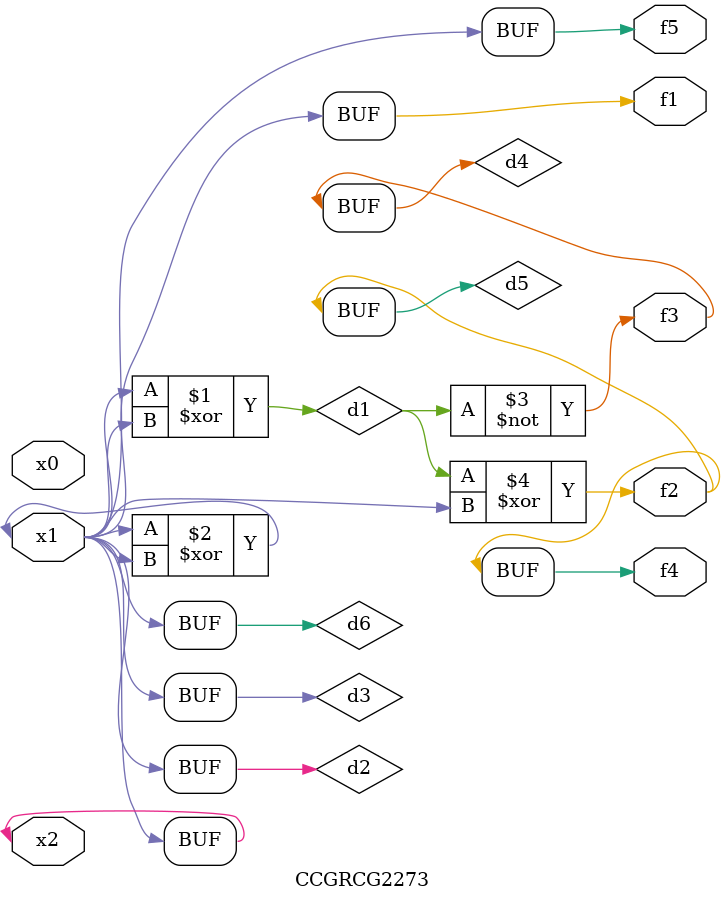
<source format=v>
module CCGRCG2273(
	input x0, x1, x2,
	output f1, f2, f3, f4, f5
);

	wire d1, d2, d3, d4, d5, d6;

	xor (d1, x1, x2);
	buf (d2, x1, x2);
	xor (d3, x1, x2);
	nor (d4, d1);
	xor (d5, d1, d2);
	buf (d6, d2, d3);
	assign f1 = d6;
	assign f2 = d5;
	assign f3 = d4;
	assign f4 = d5;
	assign f5 = d6;
endmodule

</source>
